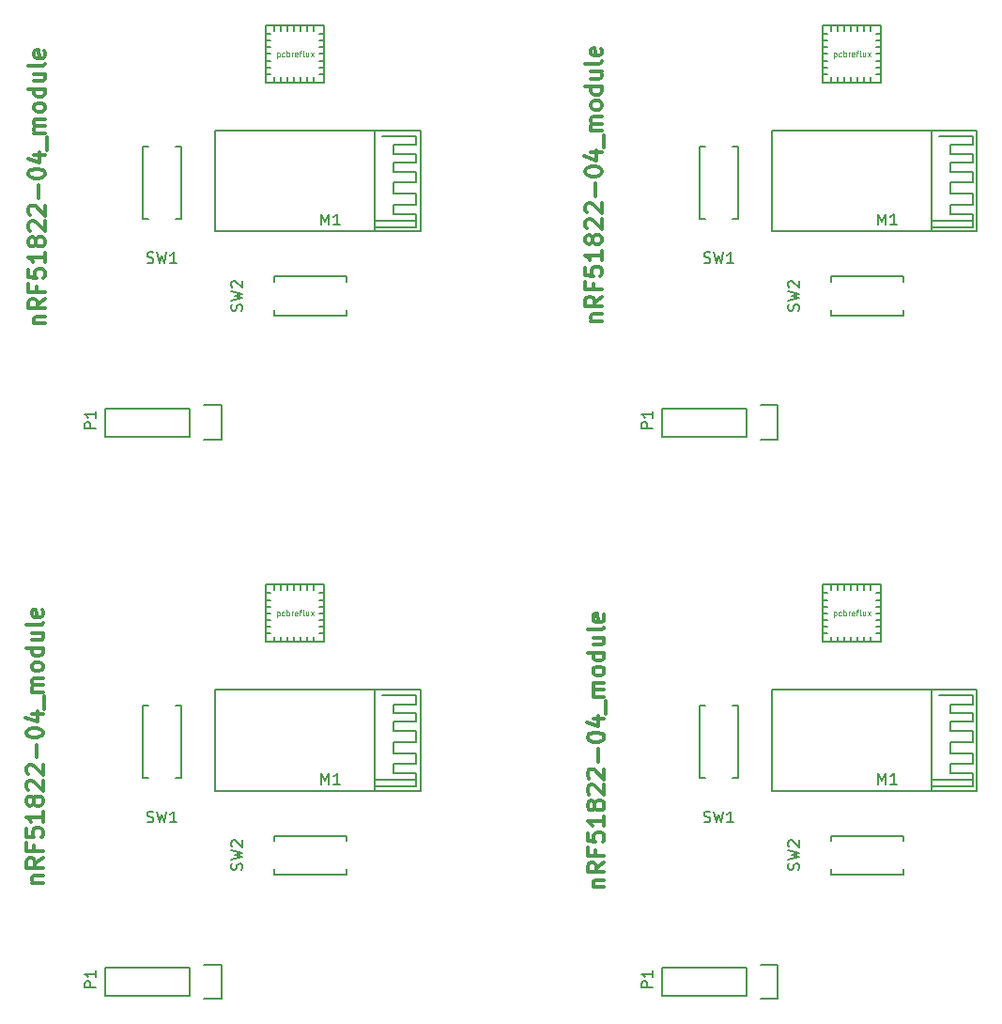
<source format=gto>
G04 #@! TF.FileFunction,Legend,Top*
%FSLAX46Y46*%
G04 Gerber Fmt 4.6, Leading zero omitted, Abs format (unit mm)*
G04 Created by KiCad (PCBNEW 4.1.0-alpha+201607130321+6976~46~ubuntu16.04.1-product) date Sun Jul 24 19:45:18 2016*
%MOMM*%
%LPD*%
G01*
G04 APERTURE LIST*
%ADD10C,0.100000*%
%ADD11C,0.300000*%
%ADD12C,0.150000*%
G04 APERTURE END LIST*
D10*
D11*
X113678571Y-103485714D02*
X114678571Y-103485714D01*
X113821428Y-103485714D02*
X113750000Y-103414285D01*
X113678571Y-103271428D01*
X113678571Y-103057142D01*
X113750000Y-102914285D01*
X113892857Y-102842857D01*
X114678571Y-102842857D01*
X114678571Y-101271428D02*
X113964285Y-101771428D01*
X114678571Y-102128571D02*
X113178571Y-102128571D01*
X113178571Y-101557142D01*
X113250000Y-101414285D01*
X113321428Y-101342857D01*
X113464285Y-101271428D01*
X113678571Y-101271428D01*
X113821428Y-101342857D01*
X113892857Y-101414285D01*
X113964285Y-101557142D01*
X113964285Y-102128571D01*
X113892857Y-100128571D02*
X113892857Y-100628571D01*
X114678571Y-100628571D02*
X113178571Y-100628571D01*
X113178571Y-99914285D01*
X113178571Y-98628571D02*
X113178571Y-99342857D01*
X113892857Y-99414285D01*
X113821428Y-99342857D01*
X113750000Y-99200000D01*
X113750000Y-98842857D01*
X113821428Y-98700000D01*
X113892857Y-98628571D01*
X114035714Y-98557142D01*
X114392857Y-98557142D01*
X114535714Y-98628571D01*
X114607142Y-98700000D01*
X114678571Y-98842857D01*
X114678571Y-99200000D01*
X114607142Y-99342857D01*
X114535714Y-99414285D01*
X114678571Y-97128571D02*
X114678571Y-97985714D01*
X114678571Y-97557142D02*
X113178571Y-97557142D01*
X113392857Y-97700000D01*
X113535714Y-97842857D01*
X113607142Y-97985714D01*
X113821428Y-96271428D02*
X113750000Y-96414285D01*
X113678571Y-96485714D01*
X113535714Y-96557142D01*
X113464285Y-96557142D01*
X113321428Y-96485714D01*
X113250000Y-96414285D01*
X113178571Y-96271428D01*
X113178571Y-95985714D01*
X113250000Y-95842857D01*
X113321428Y-95771428D01*
X113464285Y-95700000D01*
X113535714Y-95700000D01*
X113678571Y-95771428D01*
X113750000Y-95842857D01*
X113821428Y-95985714D01*
X113821428Y-96271428D01*
X113892857Y-96414285D01*
X113964285Y-96485714D01*
X114107142Y-96557142D01*
X114392857Y-96557142D01*
X114535714Y-96485714D01*
X114607142Y-96414285D01*
X114678571Y-96271428D01*
X114678571Y-95985714D01*
X114607142Y-95842857D01*
X114535714Y-95771428D01*
X114392857Y-95700000D01*
X114107142Y-95700000D01*
X113964285Y-95771428D01*
X113892857Y-95842857D01*
X113821428Y-95985714D01*
X113321428Y-95128571D02*
X113250000Y-95057142D01*
X113178571Y-94914285D01*
X113178571Y-94557142D01*
X113250000Y-94414285D01*
X113321428Y-94342857D01*
X113464285Y-94271428D01*
X113607142Y-94271428D01*
X113821428Y-94342857D01*
X114678571Y-95200000D01*
X114678571Y-94271428D01*
X113321428Y-93700000D02*
X113250000Y-93628571D01*
X113178571Y-93485714D01*
X113178571Y-93128571D01*
X113250000Y-92985714D01*
X113321428Y-92914285D01*
X113464285Y-92842857D01*
X113607142Y-92842857D01*
X113821428Y-92914285D01*
X114678571Y-93771428D01*
X114678571Y-92842857D01*
X114107142Y-92200000D02*
X114107142Y-91057142D01*
X113178571Y-90057142D02*
X113178571Y-89914285D01*
X113250000Y-89771428D01*
X113321428Y-89700000D01*
X113464285Y-89628571D01*
X113750000Y-89557142D01*
X114107142Y-89557142D01*
X114392857Y-89628571D01*
X114535714Y-89700000D01*
X114607142Y-89771428D01*
X114678571Y-89914285D01*
X114678571Y-90057142D01*
X114607142Y-90200000D01*
X114535714Y-90271428D01*
X114392857Y-90342857D01*
X114107142Y-90414285D01*
X113750000Y-90414285D01*
X113464285Y-90342857D01*
X113321428Y-90271428D01*
X113250000Y-90200000D01*
X113178571Y-90057142D01*
X113678571Y-88271428D02*
X114678571Y-88271428D01*
X113107142Y-88628571D02*
X114178571Y-88985714D01*
X114178571Y-88057142D01*
X114821428Y-87842857D02*
X114821428Y-86700000D01*
X114678571Y-86342857D02*
X113678571Y-86342857D01*
X113821428Y-86342857D02*
X113750000Y-86271428D01*
X113678571Y-86128571D01*
X113678571Y-85914285D01*
X113750000Y-85771428D01*
X113892857Y-85700000D01*
X114678571Y-85700000D01*
X113892857Y-85700000D02*
X113750000Y-85628571D01*
X113678571Y-85485714D01*
X113678571Y-85271428D01*
X113750000Y-85128571D01*
X113892857Y-85057142D01*
X114678571Y-85057142D01*
X114678571Y-84128571D02*
X114607142Y-84271428D01*
X114535714Y-84342857D01*
X114392857Y-84414285D01*
X113964285Y-84414285D01*
X113821428Y-84342857D01*
X113750000Y-84271428D01*
X113678571Y-84128571D01*
X113678571Y-83914285D01*
X113750000Y-83771428D01*
X113821428Y-83700000D01*
X113964285Y-83628571D01*
X114392857Y-83628571D01*
X114535714Y-83700000D01*
X114607142Y-83771428D01*
X114678571Y-83914285D01*
X114678571Y-84128571D01*
X114678571Y-82342857D02*
X113178571Y-82342857D01*
X114607142Y-82342857D02*
X114678571Y-82485714D01*
X114678571Y-82771428D01*
X114607142Y-82914285D01*
X114535714Y-82985714D01*
X114392857Y-83057142D01*
X113964285Y-83057142D01*
X113821428Y-82985714D01*
X113750000Y-82914285D01*
X113678571Y-82771428D01*
X113678571Y-82485714D01*
X113750000Y-82342857D01*
X113678571Y-80985714D02*
X114678571Y-80985714D01*
X113678571Y-81628571D02*
X114464285Y-81628571D01*
X114607142Y-81557142D01*
X114678571Y-81414285D01*
X114678571Y-81200000D01*
X114607142Y-81057142D01*
X114535714Y-80985714D01*
X114678571Y-80057142D02*
X114607142Y-80200000D01*
X114464285Y-80271428D01*
X113178571Y-80271428D01*
X114607142Y-78914285D02*
X114678571Y-79057142D01*
X114678571Y-79342857D01*
X114607142Y-79485714D01*
X114464285Y-79557142D01*
X113892857Y-79557142D01*
X113750000Y-79485714D01*
X113678571Y-79342857D01*
X113678571Y-79057142D01*
X113750000Y-78914285D01*
X113892857Y-78842857D01*
X114035714Y-78842857D01*
X114178571Y-79557142D01*
X63478571Y-103685714D02*
X64478571Y-103685714D01*
X63621428Y-103685714D02*
X63550000Y-103614285D01*
X63478571Y-103471428D01*
X63478571Y-103257142D01*
X63550000Y-103114285D01*
X63692857Y-103042857D01*
X64478571Y-103042857D01*
X64478571Y-101471428D02*
X63764285Y-101971428D01*
X64478571Y-102328571D02*
X62978571Y-102328571D01*
X62978571Y-101757142D01*
X63050000Y-101614285D01*
X63121428Y-101542857D01*
X63264285Y-101471428D01*
X63478571Y-101471428D01*
X63621428Y-101542857D01*
X63692857Y-101614285D01*
X63764285Y-101757142D01*
X63764285Y-102328571D01*
X63692857Y-100328571D02*
X63692857Y-100828571D01*
X64478571Y-100828571D02*
X62978571Y-100828571D01*
X62978571Y-100114285D01*
X62978571Y-98828571D02*
X62978571Y-99542857D01*
X63692857Y-99614285D01*
X63621428Y-99542857D01*
X63550000Y-99400000D01*
X63550000Y-99042857D01*
X63621428Y-98900000D01*
X63692857Y-98828571D01*
X63835714Y-98757142D01*
X64192857Y-98757142D01*
X64335714Y-98828571D01*
X64407142Y-98900000D01*
X64478571Y-99042857D01*
X64478571Y-99400000D01*
X64407142Y-99542857D01*
X64335714Y-99614285D01*
X64478571Y-97328571D02*
X64478571Y-98185714D01*
X64478571Y-97757142D02*
X62978571Y-97757142D01*
X63192857Y-97900000D01*
X63335714Y-98042857D01*
X63407142Y-98185714D01*
X63621428Y-96471428D02*
X63550000Y-96614285D01*
X63478571Y-96685714D01*
X63335714Y-96757142D01*
X63264285Y-96757142D01*
X63121428Y-96685714D01*
X63050000Y-96614285D01*
X62978571Y-96471428D01*
X62978571Y-96185714D01*
X63050000Y-96042857D01*
X63121428Y-95971428D01*
X63264285Y-95900000D01*
X63335714Y-95900000D01*
X63478571Y-95971428D01*
X63550000Y-96042857D01*
X63621428Y-96185714D01*
X63621428Y-96471428D01*
X63692857Y-96614285D01*
X63764285Y-96685714D01*
X63907142Y-96757142D01*
X64192857Y-96757142D01*
X64335714Y-96685714D01*
X64407142Y-96614285D01*
X64478571Y-96471428D01*
X64478571Y-96185714D01*
X64407142Y-96042857D01*
X64335714Y-95971428D01*
X64192857Y-95900000D01*
X63907142Y-95900000D01*
X63764285Y-95971428D01*
X63692857Y-96042857D01*
X63621428Y-96185714D01*
X63121428Y-95328571D02*
X63050000Y-95257142D01*
X62978571Y-95114285D01*
X62978571Y-94757142D01*
X63050000Y-94614285D01*
X63121428Y-94542857D01*
X63264285Y-94471428D01*
X63407142Y-94471428D01*
X63621428Y-94542857D01*
X64478571Y-95400000D01*
X64478571Y-94471428D01*
X63121428Y-93900000D02*
X63050000Y-93828571D01*
X62978571Y-93685714D01*
X62978571Y-93328571D01*
X63050000Y-93185714D01*
X63121428Y-93114285D01*
X63264285Y-93042857D01*
X63407142Y-93042857D01*
X63621428Y-93114285D01*
X64478571Y-93971428D01*
X64478571Y-93042857D01*
X63907142Y-92400000D02*
X63907142Y-91257142D01*
X62978571Y-90257142D02*
X62978571Y-90114285D01*
X63050000Y-89971428D01*
X63121428Y-89900000D01*
X63264285Y-89828571D01*
X63550000Y-89757142D01*
X63907142Y-89757142D01*
X64192857Y-89828571D01*
X64335714Y-89900000D01*
X64407142Y-89971428D01*
X64478571Y-90114285D01*
X64478571Y-90257142D01*
X64407142Y-90400000D01*
X64335714Y-90471428D01*
X64192857Y-90542857D01*
X63907142Y-90614285D01*
X63550000Y-90614285D01*
X63264285Y-90542857D01*
X63121428Y-90471428D01*
X63050000Y-90400000D01*
X62978571Y-90257142D01*
X63478571Y-88471428D02*
X64478571Y-88471428D01*
X62907142Y-88828571D02*
X63978571Y-89185714D01*
X63978571Y-88257142D01*
X64621428Y-88042857D02*
X64621428Y-86900000D01*
X64478571Y-86542857D02*
X63478571Y-86542857D01*
X63621428Y-86542857D02*
X63550000Y-86471428D01*
X63478571Y-86328571D01*
X63478571Y-86114285D01*
X63550000Y-85971428D01*
X63692857Y-85900000D01*
X64478571Y-85900000D01*
X63692857Y-85900000D02*
X63550000Y-85828571D01*
X63478571Y-85685714D01*
X63478571Y-85471428D01*
X63550000Y-85328571D01*
X63692857Y-85257142D01*
X64478571Y-85257142D01*
X64478571Y-84328571D02*
X64407142Y-84471428D01*
X64335714Y-84542857D01*
X64192857Y-84614285D01*
X63764285Y-84614285D01*
X63621428Y-84542857D01*
X63550000Y-84471428D01*
X63478571Y-84328571D01*
X63478571Y-84114285D01*
X63550000Y-83971428D01*
X63621428Y-83900000D01*
X63764285Y-83828571D01*
X64192857Y-83828571D01*
X64335714Y-83900000D01*
X64407142Y-83971428D01*
X64478571Y-84114285D01*
X64478571Y-84328571D01*
X64478571Y-82542857D02*
X62978571Y-82542857D01*
X64407142Y-82542857D02*
X64478571Y-82685714D01*
X64478571Y-82971428D01*
X64407142Y-83114285D01*
X64335714Y-83185714D01*
X64192857Y-83257142D01*
X63764285Y-83257142D01*
X63621428Y-83185714D01*
X63550000Y-83114285D01*
X63478571Y-82971428D01*
X63478571Y-82685714D01*
X63550000Y-82542857D01*
X63478571Y-81185714D02*
X64478571Y-81185714D01*
X63478571Y-81828571D02*
X64264285Y-81828571D01*
X64407142Y-81757142D01*
X64478571Y-81614285D01*
X64478571Y-81400000D01*
X64407142Y-81257142D01*
X64335714Y-81185714D01*
X64478571Y-80257142D02*
X64407142Y-80400000D01*
X64264285Y-80471428D01*
X62978571Y-80471428D01*
X64407142Y-79114285D02*
X64478571Y-79257142D01*
X64478571Y-79542857D01*
X64407142Y-79685714D01*
X64264285Y-79757142D01*
X63692857Y-79757142D01*
X63550000Y-79685714D01*
X63478571Y-79542857D01*
X63478571Y-79257142D01*
X63550000Y-79114285D01*
X63692857Y-79042857D01*
X63835714Y-79042857D01*
X63978571Y-79757142D01*
X113878571Y-154485714D02*
X114878571Y-154485714D01*
X114021428Y-154485714D02*
X113950000Y-154414285D01*
X113878571Y-154271428D01*
X113878571Y-154057142D01*
X113950000Y-153914285D01*
X114092857Y-153842857D01*
X114878571Y-153842857D01*
X114878571Y-152271428D02*
X114164285Y-152771428D01*
X114878571Y-153128571D02*
X113378571Y-153128571D01*
X113378571Y-152557142D01*
X113450000Y-152414285D01*
X113521428Y-152342857D01*
X113664285Y-152271428D01*
X113878571Y-152271428D01*
X114021428Y-152342857D01*
X114092857Y-152414285D01*
X114164285Y-152557142D01*
X114164285Y-153128571D01*
X114092857Y-151128571D02*
X114092857Y-151628571D01*
X114878571Y-151628571D02*
X113378571Y-151628571D01*
X113378571Y-150914285D01*
X113378571Y-149628571D02*
X113378571Y-150342857D01*
X114092857Y-150414285D01*
X114021428Y-150342857D01*
X113950000Y-150200000D01*
X113950000Y-149842857D01*
X114021428Y-149700000D01*
X114092857Y-149628571D01*
X114235714Y-149557142D01*
X114592857Y-149557142D01*
X114735714Y-149628571D01*
X114807142Y-149700000D01*
X114878571Y-149842857D01*
X114878571Y-150200000D01*
X114807142Y-150342857D01*
X114735714Y-150414285D01*
X114878571Y-148128571D02*
X114878571Y-148985714D01*
X114878571Y-148557142D02*
X113378571Y-148557142D01*
X113592857Y-148700000D01*
X113735714Y-148842857D01*
X113807142Y-148985714D01*
X114021428Y-147271428D02*
X113950000Y-147414285D01*
X113878571Y-147485714D01*
X113735714Y-147557142D01*
X113664285Y-147557142D01*
X113521428Y-147485714D01*
X113450000Y-147414285D01*
X113378571Y-147271428D01*
X113378571Y-146985714D01*
X113450000Y-146842857D01*
X113521428Y-146771428D01*
X113664285Y-146700000D01*
X113735714Y-146700000D01*
X113878571Y-146771428D01*
X113950000Y-146842857D01*
X114021428Y-146985714D01*
X114021428Y-147271428D01*
X114092857Y-147414285D01*
X114164285Y-147485714D01*
X114307142Y-147557142D01*
X114592857Y-147557142D01*
X114735714Y-147485714D01*
X114807142Y-147414285D01*
X114878571Y-147271428D01*
X114878571Y-146985714D01*
X114807142Y-146842857D01*
X114735714Y-146771428D01*
X114592857Y-146700000D01*
X114307142Y-146700000D01*
X114164285Y-146771428D01*
X114092857Y-146842857D01*
X114021428Y-146985714D01*
X113521428Y-146128571D02*
X113450000Y-146057142D01*
X113378571Y-145914285D01*
X113378571Y-145557142D01*
X113450000Y-145414285D01*
X113521428Y-145342857D01*
X113664285Y-145271428D01*
X113807142Y-145271428D01*
X114021428Y-145342857D01*
X114878571Y-146200000D01*
X114878571Y-145271428D01*
X113521428Y-144700000D02*
X113450000Y-144628571D01*
X113378571Y-144485714D01*
X113378571Y-144128571D01*
X113450000Y-143985714D01*
X113521428Y-143914285D01*
X113664285Y-143842857D01*
X113807142Y-143842857D01*
X114021428Y-143914285D01*
X114878571Y-144771428D01*
X114878571Y-143842857D01*
X114307142Y-143200000D02*
X114307142Y-142057142D01*
X113378571Y-141057142D02*
X113378571Y-140914285D01*
X113450000Y-140771428D01*
X113521428Y-140700000D01*
X113664285Y-140628571D01*
X113950000Y-140557142D01*
X114307142Y-140557142D01*
X114592857Y-140628571D01*
X114735714Y-140700000D01*
X114807142Y-140771428D01*
X114878571Y-140914285D01*
X114878571Y-141057142D01*
X114807142Y-141200000D01*
X114735714Y-141271428D01*
X114592857Y-141342857D01*
X114307142Y-141414285D01*
X113950000Y-141414285D01*
X113664285Y-141342857D01*
X113521428Y-141271428D01*
X113450000Y-141200000D01*
X113378571Y-141057142D01*
X113878571Y-139271428D02*
X114878571Y-139271428D01*
X113307142Y-139628571D02*
X114378571Y-139985714D01*
X114378571Y-139057142D01*
X115021428Y-138842857D02*
X115021428Y-137700000D01*
X114878571Y-137342857D02*
X113878571Y-137342857D01*
X114021428Y-137342857D02*
X113950000Y-137271428D01*
X113878571Y-137128571D01*
X113878571Y-136914285D01*
X113950000Y-136771428D01*
X114092857Y-136700000D01*
X114878571Y-136700000D01*
X114092857Y-136700000D02*
X113950000Y-136628571D01*
X113878571Y-136485714D01*
X113878571Y-136271428D01*
X113950000Y-136128571D01*
X114092857Y-136057142D01*
X114878571Y-136057142D01*
X114878571Y-135128571D02*
X114807142Y-135271428D01*
X114735714Y-135342857D01*
X114592857Y-135414285D01*
X114164285Y-135414285D01*
X114021428Y-135342857D01*
X113950000Y-135271428D01*
X113878571Y-135128571D01*
X113878571Y-134914285D01*
X113950000Y-134771428D01*
X114021428Y-134700000D01*
X114164285Y-134628571D01*
X114592857Y-134628571D01*
X114735714Y-134700000D01*
X114807142Y-134771428D01*
X114878571Y-134914285D01*
X114878571Y-135128571D01*
X114878571Y-133342857D02*
X113378571Y-133342857D01*
X114807142Y-133342857D02*
X114878571Y-133485714D01*
X114878571Y-133771428D01*
X114807142Y-133914285D01*
X114735714Y-133985714D01*
X114592857Y-134057142D01*
X114164285Y-134057142D01*
X114021428Y-133985714D01*
X113950000Y-133914285D01*
X113878571Y-133771428D01*
X113878571Y-133485714D01*
X113950000Y-133342857D01*
X113878571Y-131985714D02*
X114878571Y-131985714D01*
X113878571Y-132628571D02*
X114664285Y-132628571D01*
X114807142Y-132557142D01*
X114878571Y-132414285D01*
X114878571Y-132200000D01*
X114807142Y-132057142D01*
X114735714Y-131985714D01*
X114878571Y-131057142D02*
X114807142Y-131200000D01*
X114664285Y-131271428D01*
X113378571Y-131271428D01*
X114807142Y-129914285D02*
X114878571Y-130057142D01*
X114878571Y-130342857D01*
X114807142Y-130485714D01*
X114664285Y-130557142D01*
X114092857Y-130557142D01*
X113950000Y-130485714D01*
X113878571Y-130342857D01*
X113878571Y-130057142D01*
X113950000Y-129914285D01*
X114092857Y-129842857D01*
X114235714Y-129842857D01*
X114378571Y-130557142D01*
X63278571Y-154085714D02*
X64278571Y-154085714D01*
X63421428Y-154085714D02*
X63350000Y-154014285D01*
X63278571Y-153871428D01*
X63278571Y-153657142D01*
X63350000Y-153514285D01*
X63492857Y-153442857D01*
X64278571Y-153442857D01*
X64278571Y-151871428D02*
X63564285Y-152371428D01*
X64278571Y-152728571D02*
X62778571Y-152728571D01*
X62778571Y-152157142D01*
X62850000Y-152014285D01*
X62921428Y-151942857D01*
X63064285Y-151871428D01*
X63278571Y-151871428D01*
X63421428Y-151942857D01*
X63492857Y-152014285D01*
X63564285Y-152157142D01*
X63564285Y-152728571D01*
X63492857Y-150728571D02*
X63492857Y-151228571D01*
X64278571Y-151228571D02*
X62778571Y-151228571D01*
X62778571Y-150514285D01*
X62778571Y-149228571D02*
X62778571Y-149942857D01*
X63492857Y-150014285D01*
X63421428Y-149942857D01*
X63350000Y-149800000D01*
X63350000Y-149442857D01*
X63421428Y-149300000D01*
X63492857Y-149228571D01*
X63635714Y-149157142D01*
X63992857Y-149157142D01*
X64135714Y-149228571D01*
X64207142Y-149300000D01*
X64278571Y-149442857D01*
X64278571Y-149800000D01*
X64207142Y-149942857D01*
X64135714Y-150014285D01*
X64278571Y-147728571D02*
X64278571Y-148585714D01*
X64278571Y-148157142D02*
X62778571Y-148157142D01*
X62992857Y-148300000D01*
X63135714Y-148442857D01*
X63207142Y-148585714D01*
X63421428Y-146871428D02*
X63350000Y-147014285D01*
X63278571Y-147085714D01*
X63135714Y-147157142D01*
X63064285Y-147157142D01*
X62921428Y-147085714D01*
X62850000Y-147014285D01*
X62778571Y-146871428D01*
X62778571Y-146585714D01*
X62850000Y-146442857D01*
X62921428Y-146371428D01*
X63064285Y-146300000D01*
X63135714Y-146300000D01*
X63278571Y-146371428D01*
X63350000Y-146442857D01*
X63421428Y-146585714D01*
X63421428Y-146871428D01*
X63492857Y-147014285D01*
X63564285Y-147085714D01*
X63707142Y-147157142D01*
X63992857Y-147157142D01*
X64135714Y-147085714D01*
X64207142Y-147014285D01*
X64278571Y-146871428D01*
X64278571Y-146585714D01*
X64207142Y-146442857D01*
X64135714Y-146371428D01*
X63992857Y-146300000D01*
X63707142Y-146300000D01*
X63564285Y-146371428D01*
X63492857Y-146442857D01*
X63421428Y-146585714D01*
X62921428Y-145728571D02*
X62850000Y-145657142D01*
X62778571Y-145514285D01*
X62778571Y-145157142D01*
X62850000Y-145014285D01*
X62921428Y-144942857D01*
X63064285Y-144871428D01*
X63207142Y-144871428D01*
X63421428Y-144942857D01*
X64278571Y-145800000D01*
X64278571Y-144871428D01*
X62921428Y-144300000D02*
X62850000Y-144228571D01*
X62778571Y-144085714D01*
X62778571Y-143728571D01*
X62850000Y-143585714D01*
X62921428Y-143514285D01*
X63064285Y-143442857D01*
X63207142Y-143442857D01*
X63421428Y-143514285D01*
X64278571Y-144371428D01*
X64278571Y-143442857D01*
X63707142Y-142800000D02*
X63707142Y-141657142D01*
X62778571Y-140657142D02*
X62778571Y-140514285D01*
X62850000Y-140371428D01*
X62921428Y-140300000D01*
X63064285Y-140228571D01*
X63350000Y-140157142D01*
X63707142Y-140157142D01*
X63992857Y-140228571D01*
X64135714Y-140300000D01*
X64207142Y-140371428D01*
X64278571Y-140514285D01*
X64278571Y-140657142D01*
X64207142Y-140800000D01*
X64135714Y-140871428D01*
X63992857Y-140942857D01*
X63707142Y-141014285D01*
X63350000Y-141014285D01*
X63064285Y-140942857D01*
X62921428Y-140871428D01*
X62850000Y-140800000D01*
X62778571Y-140657142D01*
X63278571Y-138871428D02*
X64278571Y-138871428D01*
X62707142Y-139228571D02*
X63778571Y-139585714D01*
X63778571Y-138657142D01*
X64421428Y-138442857D02*
X64421428Y-137300000D01*
X64278571Y-136942857D02*
X63278571Y-136942857D01*
X63421428Y-136942857D02*
X63350000Y-136871428D01*
X63278571Y-136728571D01*
X63278571Y-136514285D01*
X63350000Y-136371428D01*
X63492857Y-136300000D01*
X64278571Y-136300000D01*
X63492857Y-136300000D02*
X63350000Y-136228571D01*
X63278571Y-136085714D01*
X63278571Y-135871428D01*
X63350000Y-135728571D01*
X63492857Y-135657142D01*
X64278571Y-135657142D01*
X64278571Y-134728571D02*
X64207142Y-134871428D01*
X64135714Y-134942857D01*
X63992857Y-135014285D01*
X63564285Y-135014285D01*
X63421428Y-134942857D01*
X63350000Y-134871428D01*
X63278571Y-134728571D01*
X63278571Y-134514285D01*
X63350000Y-134371428D01*
X63421428Y-134300000D01*
X63564285Y-134228571D01*
X63992857Y-134228571D01*
X64135714Y-134300000D01*
X64207142Y-134371428D01*
X64278571Y-134514285D01*
X64278571Y-134728571D01*
X64278571Y-132942857D02*
X62778571Y-132942857D01*
X64207142Y-132942857D02*
X64278571Y-133085714D01*
X64278571Y-133371428D01*
X64207142Y-133514285D01*
X64135714Y-133585714D01*
X63992857Y-133657142D01*
X63564285Y-133657142D01*
X63421428Y-133585714D01*
X63350000Y-133514285D01*
X63278571Y-133371428D01*
X63278571Y-133085714D01*
X63350000Y-132942857D01*
X63278571Y-131585714D02*
X64278571Y-131585714D01*
X63278571Y-132228571D02*
X64064285Y-132228571D01*
X64207142Y-132157142D01*
X64278571Y-132014285D01*
X64278571Y-131800000D01*
X64207142Y-131657142D01*
X64135714Y-131585714D01*
X64278571Y-130657142D02*
X64207142Y-130800000D01*
X64064285Y-130871428D01*
X62778571Y-130871428D01*
X64207142Y-129514285D02*
X64278571Y-129657142D01*
X64278571Y-129942857D01*
X64207142Y-130085714D01*
X64064285Y-130157142D01*
X63492857Y-130157142D01*
X63350000Y-130085714D01*
X63278571Y-129942857D01*
X63278571Y-129657142D01*
X63350000Y-129514285D01*
X63492857Y-129442857D01*
X63635714Y-129442857D01*
X63778571Y-130157142D01*
D12*
X148100000Y-94400000D02*
X144500000Y-94400000D01*
X145100000Y-86800000D02*
X148100000Y-86800000D01*
X148100000Y-86800000D02*
X148100000Y-87600000D01*
X148100000Y-87600000D02*
X146100000Y-87600000D01*
X146100000Y-87600000D02*
X146100000Y-88400000D01*
X146100000Y-88400000D02*
X148100000Y-88400000D01*
X148100000Y-88400000D02*
X148100000Y-89200000D01*
X148100000Y-89200000D02*
X146100000Y-89200000D01*
X146100000Y-89200000D02*
X146100000Y-90000000D01*
X146100000Y-90000000D02*
X148100000Y-90000000D01*
X148100000Y-90000000D02*
X148100000Y-91000000D01*
X148100000Y-91000000D02*
X146100000Y-91000000D01*
X146100000Y-91000000D02*
X146100000Y-92000000D01*
X146100000Y-92000000D02*
X148100000Y-92000000D01*
X148100000Y-92000000D02*
X148100000Y-93000000D01*
X148100000Y-93000000D02*
X146100000Y-93000000D01*
X146100000Y-93000000D02*
X146100000Y-93800000D01*
X146100000Y-93800000D02*
X148100000Y-93800000D01*
X148100000Y-93800000D02*
X148100000Y-95000000D01*
X148100000Y-95000000D02*
X144500000Y-95000000D01*
X144400000Y-95400000D02*
X144400000Y-86300000D01*
X130000000Y-95400000D02*
X148500000Y-95400000D01*
X148500000Y-95400000D02*
X148500000Y-86300000D01*
X148500000Y-86300000D02*
X130000000Y-86300000D01*
X130000000Y-86300000D02*
X130000000Y-95400000D01*
X127730000Y-111330000D02*
X120110000Y-111330000D01*
X127730000Y-113870000D02*
X120110000Y-113870000D01*
X130550000Y-114150000D02*
X129000000Y-114150000D01*
X120110000Y-111330000D02*
X120110000Y-113870000D01*
X127730000Y-113870000D02*
X127730000Y-111330000D01*
X129000000Y-111050000D02*
X130550000Y-111050000D01*
X130550000Y-111050000D02*
X130550000Y-114150000D01*
X123950000Y-94250000D02*
X123450000Y-94250000D01*
X123450000Y-94250000D02*
X123450000Y-87750000D01*
X123450000Y-87750000D02*
X123950000Y-87750000D01*
X126450000Y-87750000D02*
X126950000Y-87750000D01*
X126950000Y-87750000D02*
X126950000Y-94250000D01*
X126950000Y-94250000D02*
X126450000Y-94250000D01*
X135350000Y-99950000D02*
X135350000Y-99450000D01*
X135350000Y-99450000D02*
X141850000Y-99450000D01*
X141850000Y-99450000D02*
X141850000Y-99950000D01*
X141850000Y-102450000D02*
X141850000Y-102950000D01*
X141850000Y-102950000D02*
X135350000Y-102950000D01*
X135350000Y-102950000D02*
X135350000Y-102450000D01*
X138900000Y-81900000D02*
X138900000Y-81500000D01*
X138300000Y-81900000D02*
X138300000Y-81500000D01*
X137700000Y-81900000D02*
X137700000Y-81500000D01*
X137100000Y-81900000D02*
X137100000Y-81500000D01*
X136500000Y-81900000D02*
X136500000Y-81500000D01*
X135900000Y-81900000D02*
X135900000Y-81500000D01*
X135300000Y-81900000D02*
X135300000Y-81500000D01*
X134600000Y-76800000D02*
X139800000Y-76800000D01*
X134600000Y-82000000D02*
X139800000Y-82000000D01*
X135300000Y-77300000D02*
X135300000Y-76900000D01*
X135900000Y-77300000D02*
X135900000Y-76900000D01*
X136500000Y-77300000D02*
X136500000Y-76900000D01*
X137100000Y-77300000D02*
X137100000Y-76900000D01*
X137700000Y-77300000D02*
X137700000Y-76900000D01*
X138300000Y-77300000D02*
X138300000Y-76900000D01*
X138900000Y-77300000D02*
X138900000Y-76900000D01*
X134600000Y-77600000D02*
X135000000Y-77600000D01*
X134600000Y-78200000D02*
X135000000Y-78200000D01*
X134600000Y-78800000D02*
X135000000Y-78800000D01*
X134600000Y-79400000D02*
X135000000Y-79400000D01*
X134600000Y-80000000D02*
X135000000Y-80000000D01*
X134600000Y-80600000D02*
X135000000Y-80600000D01*
X134600000Y-81200000D02*
X135000000Y-81200000D01*
X139400000Y-81200000D02*
X139800000Y-81200000D01*
X139400000Y-80600000D02*
X139800000Y-80600000D01*
X139400000Y-80000000D02*
X139800000Y-80000000D01*
X139400000Y-79400000D02*
X139800000Y-79400000D01*
X139400000Y-78800000D02*
X139800000Y-78800000D01*
X139400000Y-78200000D02*
X139800000Y-78200000D01*
X139400000Y-77600000D02*
X139800000Y-77600000D01*
X139800000Y-76800000D02*
X139800000Y-82000000D01*
X134600000Y-82000000D02*
X134600000Y-76800000D01*
X88700000Y-81900000D02*
X88700000Y-81500000D01*
X88100000Y-81900000D02*
X88100000Y-81500000D01*
X87500000Y-81900000D02*
X87500000Y-81500000D01*
X86900000Y-81900000D02*
X86900000Y-81500000D01*
X86300000Y-81900000D02*
X86300000Y-81500000D01*
X85700000Y-81900000D02*
X85700000Y-81500000D01*
X85100000Y-81900000D02*
X85100000Y-81500000D01*
X84400000Y-76800000D02*
X89600000Y-76800000D01*
X84400000Y-82000000D02*
X89600000Y-82000000D01*
X85100000Y-77300000D02*
X85100000Y-76900000D01*
X85700000Y-77300000D02*
X85700000Y-76900000D01*
X86300000Y-77300000D02*
X86300000Y-76900000D01*
X86900000Y-77300000D02*
X86900000Y-76900000D01*
X87500000Y-77300000D02*
X87500000Y-76900000D01*
X88100000Y-77300000D02*
X88100000Y-76900000D01*
X88700000Y-77300000D02*
X88700000Y-76900000D01*
X84400000Y-77600000D02*
X84800000Y-77600000D01*
X84400000Y-78200000D02*
X84800000Y-78200000D01*
X84400000Y-78800000D02*
X84800000Y-78800000D01*
X84400000Y-79400000D02*
X84800000Y-79400000D01*
X84400000Y-80000000D02*
X84800000Y-80000000D01*
X84400000Y-80600000D02*
X84800000Y-80600000D01*
X84400000Y-81200000D02*
X84800000Y-81200000D01*
X89200000Y-81200000D02*
X89600000Y-81200000D01*
X89200000Y-80600000D02*
X89600000Y-80600000D01*
X89200000Y-80000000D02*
X89600000Y-80000000D01*
X89200000Y-79400000D02*
X89600000Y-79400000D01*
X89200000Y-78800000D02*
X89600000Y-78800000D01*
X89200000Y-78200000D02*
X89600000Y-78200000D01*
X89200000Y-77600000D02*
X89600000Y-77600000D01*
X89600000Y-76800000D02*
X89600000Y-82000000D01*
X84400000Y-82000000D02*
X84400000Y-76800000D01*
X85150000Y-99950000D02*
X85150000Y-99450000D01*
X85150000Y-99450000D02*
X91650000Y-99450000D01*
X91650000Y-99450000D02*
X91650000Y-99950000D01*
X91650000Y-102450000D02*
X91650000Y-102950000D01*
X91650000Y-102950000D02*
X85150000Y-102950000D01*
X85150000Y-102950000D02*
X85150000Y-102450000D01*
X73750000Y-94250000D02*
X73250000Y-94250000D01*
X73250000Y-94250000D02*
X73250000Y-87750000D01*
X73250000Y-87750000D02*
X73750000Y-87750000D01*
X76250000Y-87750000D02*
X76750000Y-87750000D01*
X76750000Y-87750000D02*
X76750000Y-94250000D01*
X76750000Y-94250000D02*
X76250000Y-94250000D01*
X77530000Y-111330000D02*
X69910000Y-111330000D01*
X77530000Y-113870000D02*
X69910000Y-113870000D01*
X80350000Y-114150000D02*
X78800000Y-114150000D01*
X69910000Y-111330000D02*
X69910000Y-113870000D01*
X77530000Y-113870000D02*
X77530000Y-111330000D01*
X78800000Y-111050000D02*
X80350000Y-111050000D01*
X80350000Y-111050000D02*
X80350000Y-114150000D01*
X97900000Y-94400000D02*
X94300000Y-94400000D01*
X94900000Y-86800000D02*
X97900000Y-86800000D01*
X97900000Y-86800000D02*
X97900000Y-87600000D01*
X97900000Y-87600000D02*
X95900000Y-87600000D01*
X95900000Y-87600000D02*
X95900000Y-88400000D01*
X95900000Y-88400000D02*
X97900000Y-88400000D01*
X97900000Y-88400000D02*
X97900000Y-89200000D01*
X97900000Y-89200000D02*
X95900000Y-89200000D01*
X95900000Y-89200000D02*
X95900000Y-90000000D01*
X95900000Y-90000000D02*
X97900000Y-90000000D01*
X97900000Y-90000000D02*
X97900000Y-91000000D01*
X97900000Y-91000000D02*
X95900000Y-91000000D01*
X95900000Y-91000000D02*
X95900000Y-92000000D01*
X95900000Y-92000000D02*
X97900000Y-92000000D01*
X97900000Y-92000000D02*
X97900000Y-93000000D01*
X97900000Y-93000000D02*
X95900000Y-93000000D01*
X95900000Y-93000000D02*
X95900000Y-93800000D01*
X95900000Y-93800000D02*
X97900000Y-93800000D01*
X97900000Y-93800000D02*
X97900000Y-95000000D01*
X97900000Y-95000000D02*
X94300000Y-95000000D01*
X94200000Y-95400000D02*
X94200000Y-86300000D01*
X79800000Y-95400000D02*
X98300000Y-95400000D01*
X98300000Y-95400000D02*
X98300000Y-86300000D01*
X98300000Y-86300000D02*
X79800000Y-86300000D01*
X79800000Y-86300000D02*
X79800000Y-95400000D01*
X138900000Y-132300000D02*
X138900000Y-131900000D01*
X138300000Y-132300000D02*
X138300000Y-131900000D01*
X137700000Y-132300000D02*
X137700000Y-131900000D01*
X137100000Y-132300000D02*
X137100000Y-131900000D01*
X136500000Y-132300000D02*
X136500000Y-131900000D01*
X135900000Y-132300000D02*
X135900000Y-131900000D01*
X135300000Y-132300000D02*
X135300000Y-131900000D01*
X134600000Y-127200000D02*
X139800000Y-127200000D01*
X134600000Y-132400000D02*
X139800000Y-132400000D01*
X135300000Y-127700000D02*
X135300000Y-127300000D01*
X135900000Y-127700000D02*
X135900000Y-127300000D01*
X136500000Y-127700000D02*
X136500000Y-127300000D01*
X137100000Y-127700000D02*
X137100000Y-127300000D01*
X137700000Y-127700000D02*
X137700000Y-127300000D01*
X138300000Y-127700000D02*
X138300000Y-127300000D01*
X138900000Y-127700000D02*
X138900000Y-127300000D01*
X134600000Y-128000000D02*
X135000000Y-128000000D01*
X134600000Y-128600000D02*
X135000000Y-128600000D01*
X134600000Y-129200000D02*
X135000000Y-129200000D01*
X134600000Y-129800000D02*
X135000000Y-129800000D01*
X134600000Y-130400000D02*
X135000000Y-130400000D01*
X134600000Y-131000000D02*
X135000000Y-131000000D01*
X134600000Y-131600000D02*
X135000000Y-131600000D01*
X139400000Y-131600000D02*
X139800000Y-131600000D01*
X139400000Y-131000000D02*
X139800000Y-131000000D01*
X139400000Y-130400000D02*
X139800000Y-130400000D01*
X139400000Y-129800000D02*
X139800000Y-129800000D01*
X139400000Y-129200000D02*
X139800000Y-129200000D01*
X139400000Y-128600000D02*
X139800000Y-128600000D01*
X139400000Y-128000000D02*
X139800000Y-128000000D01*
X139800000Y-127200000D02*
X139800000Y-132400000D01*
X134600000Y-132400000D02*
X134600000Y-127200000D01*
X135350000Y-150350000D02*
X135350000Y-149850000D01*
X135350000Y-149850000D02*
X141850000Y-149850000D01*
X141850000Y-149850000D02*
X141850000Y-150350000D01*
X141850000Y-152850000D02*
X141850000Y-153350000D01*
X141850000Y-153350000D02*
X135350000Y-153350000D01*
X135350000Y-153350000D02*
X135350000Y-152850000D01*
X123950000Y-144650000D02*
X123450000Y-144650000D01*
X123450000Y-144650000D02*
X123450000Y-138150000D01*
X123450000Y-138150000D02*
X123950000Y-138150000D01*
X126450000Y-138150000D02*
X126950000Y-138150000D01*
X126950000Y-138150000D02*
X126950000Y-144650000D01*
X126950000Y-144650000D02*
X126450000Y-144650000D01*
X127730000Y-161730000D02*
X120110000Y-161730000D01*
X127730000Y-164270000D02*
X120110000Y-164270000D01*
X130550000Y-164550000D02*
X129000000Y-164550000D01*
X120110000Y-161730000D02*
X120110000Y-164270000D01*
X127730000Y-164270000D02*
X127730000Y-161730000D01*
X129000000Y-161450000D02*
X130550000Y-161450000D01*
X130550000Y-161450000D02*
X130550000Y-164550000D01*
X148100000Y-144800000D02*
X144500000Y-144800000D01*
X145100000Y-137200000D02*
X148100000Y-137200000D01*
X148100000Y-137200000D02*
X148100000Y-138000000D01*
X148100000Y-138000000D02*
X146100000Y-138000000D01*
X146100000Y-138000000D02*
X146100000Y-138800000D01*
X146100000Y-138800000D02*
X148100000Y-138800000D01*
X148100000Y-138800000D02*
X148100000Y-139600000D01*
X148100000Y-139600000D02*
X146100000Y-139600000D01*
X146100000Y-139600000D02*
X146100000Y-140400000D01*
X146100000Y-140400000D02*
X148100000Y-140400000D01*
X148100000Y-140400000D02*
X148100000Y-141400000D01*
X148100000Y-141400000D02*
X146100000Y-141400000D01*
X146100000Y-141400000D02*
X146100000Y-142400000D01*
X146100000Y-142400000D02*
X148100000Y-142400000D01*
X148100000Y-142400000D02*
X148100000Y-143400000D01*
X148100000Y-143400000D02*
X146100000Y-143400000D01*
X146100000Y-143400000D02*
X146100000Y-144200000D01*
X146100000Y-144200000D02*
X148100000Y-144200000D01*
X148100000Y-144200000D02*
X148100000Y-145400000D01*
X148100000Y-145400000D02*
X144500000Y-145400000D01*
X144400000Y-145800000D02*
X144400000Y-136700000D01*
X130000000Y-145800000D02*
X148500000Y-145800000D01*
X148500000Y-145800000D02*
X148500000Y-136700000D01*
X148500000Y-136700000D02*
X130000000Y-136700000D01*
X130000000Y-136700000D02*
X130000000Y-145800000D01*
X97900000Y-144800000D02*
X94300000Y-144800000D01*
X94900000Y-137200000D02*
X97900000Y-137200000D01*
X97900000Y-137200000D02*
X97900000Y-138000000D01*
X97900000Y-138000000D02*
X95900000Y-138000000D01*
X95900000Y-138000000D02*
X95900000Y-138800000D01*
X95900000Y-138800000D02*
X97900000Y-138800000D01*
X97900000Y-138800000D02*
X97900000Y-139600000D01*
X97900000Y-139600000D02*
X95900000Y-139600000D01*
X95900000Y-139600000D02*
X95900000Y-140400000D01*
X95900000Y-140400000D02*
X97900000Y-140400000D01*
X97900000Y-140400000D02*
X97900000Y-141400000D01*
X97900000Y-141400000D02*
X95900000Y-141400000D01*
X95900000Y-141400000D02*
X95900000Y-142400000D01*
X95900000Y-142400000D02*
X97900000Y-142400000D01*
X97900000Y-142400000D02*
X97900000Y-143400000D01*
X97900000Y-143400000D02*
X95900000Y-143400000D01*
X95900000Y-143400000D02*
X95900000Y-144200000D01*
X95900000Y-144200000D02*
X97900000Y-144200000D01*
X97900000Y-144200000D02*
X97900000Y-145400000D01*
X97900000Y-145400000D02*
X94300000Y-145400000D01*
X94200000Y-145800000D02*
X94200000Y-136700000D01*
X79800000Y-145800000D02*
X98300000Y-145800000D01*
X98300000Y-145800000D02*
X98300000Y-136700000D01*
X98300000Y-136700000D02*
X79800000Y-136700000D01*
X79800000Y-136700000D02*
X79800000Y-145800000D01*
X77530000Y-161730000D02*
X69910000Y-161730000D01*
X77530000Y-164270000D02*
X69910000Y-164270000D01*
X80350000Y-164550000D02*
X78800000Y-164550000D01*
X69910000Y-161730000D02*
X69910000Y-164270000D01*
X77530000Y-164270000D02*
X77530000Y-161730000D01*
X78800000Y-161450000D02*
X80350000Y-161450000D01*
X80350000Y-161450000D02*
X80350000Y-164550000D01*
X73750000Y-144650000D02*
X73250000Y-144650000D01*
X73250000Y-144650000D02*
X73250000Y-138150000D01*
X73250000Y-138150000D02*
X73750000Y-138150000D01*
X76250000Y-138150000D02*
X76750000Y-138150000D01*
X76750000Y-138150000D02*
X76750000Y-144650000D01*
X76750000Y-144650000D02*
X76250000Y-144650000D01*
X85150000Y-150350000D02*
X85150000Y-149850000D01*
X85150000Y-149850000D02*
X91650000Y-149850000D01*
X91650000Y-149850000D02*
X91650000Y-150350000D01*
X91650000Y-152850000D02*
X91650000Y-153350000D01*
X91650000Y-153350000D02*
X85150000Y-153350000D01*
X85150000Y-153350000D02*
X85150000Y-152850000D01*
X88700000Y-132300000D02*
X88700000Y-131900000D01*
X88100000Y-132300000D02*
X88100000Y-131900000D01*
X87500000Y-132300000D02*
X87500000Y-131900000D01*
X86900000Y-132300000D02*
X86900000Y-131900000D01*
X86300000Y-132300000D02*
X86300000Y-131900000D01*
X85700000Y-132300000D02*
X85700000Y-131900000D01*
X85100000Y-132300000D02*
X85100000Y-131900000D01*
X84400000Y-127200000D02*
X89600000Y-127200000D01*
X84400000Y-132400000D02*
X89600000Y-132400000D01*
X85100000Y-127700000D02*
X85100000Y-127300000D01*
X85700000Y-127700000D02*
X85700000Y-127300000D01*
X86300000Y-127700000D02*
X86300000Y-127300000D01*
X86900000Y-127700000D02*
X86900000Y-127300000D01*
X87500000Y-127700000D02*
X87500000Y-127300000D01*
X88100000Y-127700000D02*
X88100000Y-127300000D01*
X88700000Y-127700000D02*
X88700000Y-127300000D01*
X84400000Y-128000000D02*
X84800000Y-128000000D01*
X84400000Y-128600000D02*
X84800000Y-128600000D01*
X84400000Y-129200000D02*
X84800000Y-129200000D01*
X84400000Y-129800000D02*
X84800000Y-129800000D01*
X84400000Y-130400000D02*
X84800000Y-130400000D01*
X84400000Y-131000000D02*
X84800000Y-131000000D01*
X84400000Y-131600000D02*
X84800000Y-131600000D01*
X89200000Y-131600000D02*
X89600000Y-131600000D01*
X89200000Y-131000000D02*
X89600000Y-131000000D01*
X89200000Y-130400000D02*
X89600000Y-130400000D01*
X89200000Y-129800000D02*
X89600000Y-129800000D01*
X89200000Y-129200000D02*
X89600000Y-129200000D01*
X89200000Y-128600000D02*
X89600000Y-128600000D01*
X89200000Y-128000000D02*
X89600000Y-128000000D01*
X89600000Y-127200000D02*
X89600000Y-132400000D01*
X84400000Y-132400000D02*
X84400000Y-127200000D01*
X139590476Y-94802380D02*
X139590476Y-93802380D01*
X139923809Y-94516666D01*
X140257142Y-93802380D01*
X140257142Y-94802380D01*
X141257142Y-94802380D02*
X140685714Y-94802380D01*
X140971428Y-94802380D02*
X140971428Y-93802380D01*
X140876190Y-93945238D01*
X140780952Y-94040476D01*
X140685714Y-94088095D01*
X119252380Y-113138095D02*
X118252380Y-113138095D01*
X118252380Y-112757142D01*
X118300000Y-112661904D01*
X118347619Y-112614285D01*
X118442857Y-112566666D01*
X118585714Y-112566666D01*
X118680952Y-112614285D01*
X118728571Y-112661904D01*
X118776190Y-112757142D01*
X118776190Y-113138095D01*
X119252380Y-111614285D02*
X119252380Y-112185714D01*
X119252380Y-111900000D02*
X118252380Y-111900000D01*
X118395238Y-111995238D01*
X118490476Y-112090476D01*
X118538095Y-112185714D01*
X123866666Y-98204761D02*
X124009523Y-98252380D01*
X124247619Y-98252380D01*
X124342857Y-98204761D01*
X124390476Y-98157142D01*
X124438095Y-98061904D01*
X124438095Y-97966666D01*
X124390476Y-97871428D01*
X124342857Y-97823809D01*
X124247619Y-97776190D01*
X124057142Y-97728571D01*
X123961904Y-97680952D01*
X123914285Y-97633333D01*
X123866666Y-97538095D01*
X123866666Y-97442857D01*
X123914285Y-97347619D01*
X123961904Y-97300000D01*
X124057142Y-97252380D01*
X124295238Y-97252380D01*
X124438095Y-97300000D01*
X124771428Y-97252380D02*
X125009523Y-98252380D01*
X125200000Y-97538095D01*
X125390476Y-98252380D01*
X125628571Y-97252380D01*
X126533333Y-98252380D02*
X125961904Y-98252380D01*
X126247619Y-98252380D02*
X126247619Y-97252380D01*
X126152380Y-97395238D01*
X126057142Y-97490476D01*
X125961904Y-97538095D01*
X132404761Y-102533333D02*
X132452380Y-102390476D01*
X132452380Y-102152380D01*
X132404761Y-102057142D01*
X132357142Y-102009523D01*
X132261904Y-101961904D01*
X132166666Y-101961904D01*
X132071428Y-102009523D01*
X132023809Y-102057142D01*
X131976190Y-102152380D01*
X131928571Y-102342857D01*
X131880952Y-102438095D01*
X131833333Y-102485714D01*
X131738095Y-102533333D01*
X131642857Y-102533333D01*
X131547619Y-102485714D01*
X131500000Y-102438095D01*
X131452380Y-102342857D01*
X131452380Y-102104761D01*
X131500000Y-101961904D01*
X131452380Y-101628571D02*
X132452380Y-101390476D01*
X131738095Y-101200000D01*
X132452380Y-101009523D01*
X131452380Y-100771428D01*
X131547619Y-100438095D02*
X131500000Y-100390476D01*
X131452380Y-100295238D01*
X131452380Y-100057142D01*
X131500000Y-99961904D01*
X131547619Y-99914285D01*
X131642857Y-99866666D01*
X131738095Y-99866666D01*
X131880952Y-99914285D01*
X132452380Y-100485714D01*
X132452380Y-99866666D01*
D10*
X135580952Y-79292857D02*
X135580952Y-79792857D01*
X135580952Y-79316666D02*
X135628571Y-79292857D01*
X135723809Y-79292857D01*
X135771428Y-79316666D01*
X135795238Y-79340476D01*
X135819047Y-79388095D01*
X135819047Y-79530952D01*
X135795238Y-79578571D01*
X135771428Y-79602380D01*
X135723809Y-79626190D01*
X135628571Y-79626190D01*
X135580952Y-79602380D01*
X136247619Y-79602380D02*
X136200000Y-79626190D01*
X136104761Y-79626190D01*
X136057142Y-79602380D01*
X136033333Y-79578571D01*
X136009523Y-79530952D01*
X136009523Y-79388095D01*
X136033333Y-79340476D01*
X136057142Y-79316666D01*
X136104761Y-79292857D01*
X136200000Y-79292857D01*
X136247619Y-79316666D01*
X136461904Y-79626190D02*
X136461904Y-79126190D01*
X136461904Y-79316666D02*
X136509523Y-79292857D01*
X136604761Y-79292857D01*
X136652380Y-79316666D01*
X136676190Y-79340476D01*
X136700000Y-79388095D01*
X136700000Y-79530952D01*
X136676190Y-79578571D01*
X136652380Y-79602380D01*
X136604761Y-79626190D01*
X136509523Y-79626190D01*
X136461904Y-79602380D01*
X136914285Y-79626190D02*
X136914285Y-79292857D01*
X136914285Y-79388095D02*
X136938095Y-79340476D01*
X136961904Y-79316666D01*
X137009523Y-79292857D01*
X137057142Y-79292857D01*
X137414285Y-79602380D02*
X137366666Y-79626190D01*
X137271428Y-79626190D01*
X137223809Y-79602380D01*
X137200000Y-79554761D01*
X137200000Y-79364285D01*
X137223809Y-79316666D01*
X137271428Y-79292857D01*
X137366666Y-79292857D01*
X137414285Y-79316666D01*
X137438095Y-79364285D01*
X137438095Y-79411904D01*
X137200000Y-79459523D01*
X137580952Y-79292857D02*
X137771428Y-79292857D01*
X137652380Y-79626190D02*
X137652380Y-79197619D01*
X137676190Y-79150000D01*
X137723809Y-79126190D01*
X137771428Y-79126190D01*
X138009523Y-79626190D02*
X137961904Y-79602380D01*
X137938095Y-79554761D01*
X137938095Y-79126190D01*
X138414285Y-79292857D02*
X138414285Y-79626190D01*
X138200000Y-79292857D02*
X138200000Y-79554761D01*
X138223809Y-79602380D01*
X138271428Y-79626190D01*
X138342857Y-79626190D01*
X138390476Y-79602380D01*
X138414285Y-79578571D01*
X138604761Y-79626190D02*
X138866666Y-79292857D01*
X138604761Y-79292857D02*
X138866666Y-79626190D01*
X85380952Y-79292857D02*
X85380952Y-79792857D01*
X85380952Y-79316666D02*
X85428571Y-79292857D01*
X85523809Y-79292857D01*
X85571428Y-79316666D01*
X85595238Y-79340476D01*
X85619047Y-79388095D01*
X85619047Y-79530952D01*
X85595238Y-79578571D01*
X85571428Y-79602380D01*
X85523809Y-79626190D01*
X85428571Y-79626190D01*
X85380952Y-79602380D01*
X86047619Y-79602380D02*
X86000000Y-79626190D01*
X85904761Y-79626190D01*
X85857142Y-79602380D01*
X85833333Y-79578571D01*
X85809523Y-79530952D01*
X85809523Y-79388095D01*
X85833333Y-79340476D01*
X85857142Y-79316666D01*
X85904761Y-79292857D01*
X86000000Y-79292857D01*
X86047619Y-79316666D01*
X86261904Y-79626190D02*
X86261904Y-79126190D01*
X86261904Y-79316666D02*
X86309523Y-79292857D01*
X86404761Y-79292857D01*
X86452380Y-79316666D01*
X86476190Y-79340476D01*
X86500000Y-79388095D01*
X86500000Y-79530952D01*
X86476190Y-79578571D01*
X86452380Y-79602380D01*
X86404761Y-79626190D01*
X86309523Y-79626190D01*
X86261904Y-79602380D01*
X86714285Y-79626190D02*
X86714285Y-79292857D01*
X86714285Y-79388095D02*
X86738095Y-79340476D01*
X86761904Y-79316666D01*
X86809523Y-79292857D01*
X86857142Y-79292857D01*
X87214285Y-79602380D02*
X87166666Y-79626190D01*
X87071428Y-79626190D01*
X87023809Y-79602380D01*
X87000000Y-79554761D01*
X87000000Y-79364285D01*
X87023809Y-79316666D01*
X87071428Y-79292857D01*
X87166666Y-79292857D01*
X87214285Y-79316666D01*
X87238095Y-79364285D01*
X87238095Y-79411904D01*
X87000000Y-79459523D01*
X87380952Y-79292857D02*
X87571428Y-79292857D01*
X87452380Y-79626190D02*
X87452380Y-79197619D01*
X87476190Y-79150000D01*
X87523809Y-79126190D01*
X87571428Y-79126190D01*
X87809523Y-79626190D02*
X87761904Y-79602380D01*
X87738095Y-79554761D01*
X87738095Y-79126190D01*
X88214285Y-79292857D02*
X88214285Y-79626190D01*
X88000000Y-79292857D02*
X88000000Y-79554761D01*
X88023809Y-79602380D01*
X88071428Y-79626190D01*
X88142857Y-79626190D01*
X88190476Y-79602380D01*
X88214285Y-79578571D01*
X88404761Y-79626190D02*
X88666666Y-79292857D01*
X88404761Y-79292857D02*
X88666666Y-79626190D01*
D12*
X82204761Y-102533333D02*
X82252380Y-102390476D01*
X82252380Y-102152380D01*
X82204761Y-102057142D01*
X82157142Y-102009523D01*
X82061904Y-101961904D01*
X81966666Y-101961904D01*
X81871428Y-102009523D01*
X81823809Y-102057142D01*
X81776190Y-102152380D01*
X81728571Y-102342857D01*
X81680952Y-102438095D01*
X81633333Y-102485714D01*
X81538095Y-102533333D01*
X81442857Y-102533333D01*
X81347619Y-102485714D01*
X81300000Y-102438095D01*
X81252380Y-102342857D01*
X81252380Y-102104761D01*
X81300000Y-101961904D01*
X81252380Y-101628571D02*
X82252380Y-101390476D01*
X81538095Y-101200000D01*
X82252380Y-101009523D01*
X81252380Y-100771428D01*
X81347619Y-100438095D02*
X81300000Y-100390476D01*
X81252380Y-100295238D01*
X81252380Y-100057142D01*
X81300000Y-99961904D01*
X81347619Y-99914285D01*
X81442857Y-99866666D01*
X81538095Y-99866666D01*
X81680952Y-99914285D01*
X82252380Y-100485714D01*
X82252380Y-99866666D01*
X73666666Y-98204761D02*
X73809523Y-98252380D01*
X74047619Y-98252380D01*
X74142857Y-98204761D01*
X74190476Y-98157142D01*
X74238095Y-98061904D01*
X74238095Y-97966666D01*
X74190476Y-97871428D01*
X74142857Y-97823809D01*
X74047619Y-97776190D01*
X73857142Y-97728571D01*
X73761904Y-97680952D01*
X73714285Y-97633333D01*
X73666666Y-97538095D01*
X73666666Y-97442857D01*
X73714285Y-97347619D01*
X73761904Y-97300000D01*
X73857142Y-97252380D01*
X74095238Y-97252380D01*
X74238095Y-97300000D01*
X74571428Y-97252380D02*
X74809523Y-98252380D01*
X75000000Y-97538095D01*
X75190476Y-98252380D01*
X75428571Y-97252380D01*
X76333333Y-98252380D02*
X75761904Y-98252380D01*
X76047619Y-98252380D02*
X76047619Y-97252380D01*
X75952380Y-97395238D01*
X75857142Y-97490476D01*
X75761904Y-97538095D01*
X69052380Y-113138095D02*
X68052380Y-113138095D01*
X68052380Y-112757142D01*
X68100000Y-112661904D01*
X68147619Y-112614285D01*
X68242857Y-112566666D01*
X68385714Y-112566666D01*
X68480952Y-112614285D01*
X68528571Y-112661904D01*
X68576190Y-112757142D01*
X68576190Y-113138095D01*
X69052380Y-111614285D02*
X69052380Y-112185714D01*
X69052380Y-111900000D02*
X68052380Y-111900000D01*
X68195238Y-111995238D01*
X68290476Y-112090476D01*
X68338095Y-112185714D01*
X89390476Y-94802380D02*
X89390476Y-93802380D01*
X89723809Y-94516666D01*
X90057142Y-93802380D01*
X90057142Y-94802380D01*
X91057142Y-94802380D02*
X90485714Y-94802380D01*
X90771428Y-94802380D02*
X90771428Y-93802380D01*
X90676190Y-93945238D01*
X90580952Y-94040476D01*
X90485714Y-94088095D01*
D10*
X135580952Y-129692857D02*
X135580952Y-130192857D01*
X135580952Y-129716666D02*
X135628571Y-129692857D01*
X135723809Y-129692857D01*
X135771428Y-129716666D01*
X135795238Y-129740476D01*
X135819047Y-129788095D01*
X135819047Y-129930952D01*
X135795238Y-129978571D01*
X135771428Y-130002380D01*
X135723809Y-130026190D01*
X135628571Y-130026190D01*
X135580952Y-130002380D01*
X136247619Y-130002380D02*
X136200000Y-130026190D01*
X136104761Y-130026190D01*
X136057142Y-130002380D01*
X136033333Y-129978571D01*
X136009523Y-129930952D01*
X136009523Y-129788095D01*
X136033333Y-129740476D01*
X136057142Y-129716666D01*
X136104761Y-129692857D01*
X136200000Y-129692857D01*
X136247619Y-129716666D01*
X136461904Y-130026190D02*
X136461904Y-129526190D01*
X136461904Y-129716666D02*
X136509523Y-129692857D01*
X136604761Y-129692857D01*
X136652380Y-129716666D01*
X136676190Y-129740476D01*
X136700000Y-129788095D01*
X136700000Y-129930952D01*
X136676190Y-129978571D01*
X136652380Y-130002380D01*
X136604761Y-130026190D01*
X136509523Y-130026190D01*
X136461904Y-130002380D01*
X136914285Y-130026190D02*
X136914285Y-129692857D01*
X136914285Y-129788095D02*
X136938095Y-129740476D01*
X136961904Y-129716666D01*
X137009523Y-129692857D01*
X137057142Y-129692857D01*
X137414285Y-130002380D02*
X137366666Y-130026190D01*
X137271428Y-130026190D01*
X137223809Y-130002380D01*
X137200000Y-129954761D01*
X137200000Y-129764285D01*
X137223809Y-129716666D01*
X137271428Y-129692857D01*
X137366666Y-129692857D01*
X137414285Y-129716666D01*
X137438095Y-129764285D01*
X137438095Y-129811904D01*
X137200000Y-129859523D01*
X137580952Y-129692857D02*
X137771428Y-129692857D01*
X137652380Y-130026190D02*
X137652380Y-129597619D01*
X137676190Y-129550000D01*
X137723809Y-129526190D01*
X137771428Y-129526190D01*
X138009523Y-130026190D02*
X137961904Y-130002380D01*
X137938095Y-129954761D01*
X137938095Y-129526190D01*
X138414285Y-129692857D02*
X138414285Y-130026190D01*
X138200000Y-129692857D02*
X138200000Y-129954761D01*
X138223809Y-130002380D01*
X138271428Y-130026190D01*
X138342857Y-130026190D01*
X138390476Y-130002380D01*
X138414285Y-129978571D01*
X138604761Y-130026190D02*
X138866666Y-129692857D01*
X138604761Y-129692857D02*
X138866666Y-130026190D01*
D12*
X132404761Y-152933333D02*
X132452380Y-152790476D01*
X132452380Y-152552380D01*
X132404761Y-152457142D01*
X132357142Y-152409523D01*
X132261904Y-152361904D01*
X132166666Y-152361904D01*
X132071428Y-152409523D01*
X132023809Y-152457142D01*
X131976190Y-152552380D01*
X131928571Y-152742857D01*
X131880952Y-152838095D01*
X131833333Y-152885714D01*
X131738095Y-152933333D01*
X131642857Y-152933333D01*
X131547619Y-152885714D01*
X131500000Y-152838095D01*
X131452380Y-152742857D01*
X131452380Y-152504761D01*
X131500000Y-152361904D01*
X131452380Y-152028571D02*
X132452380Y-151790476D01*
X131738095Y-151600000D01*
X132452380Y-151409523D01*
X131452380Y-151171428D01*
X131547619Y-150838095D02*
X131500000Y-150790476D01*
X131452380Y-150695238D01*
X131452380Y-150457142D01*
X131500000Y-150361904D01*
X131547619Y-150314285D01*
X131642857Y-150266666D01*
X131738095Y-150266666D01*
X131880952Y-150314285D01*
X132452380Y-150885714D01*
X132452380Y-150266666D01*
X123866666Y-148604761D02*
X124009523Y-148652380D01*
X124247619Y-148652380D01*
X124342857Y-148604761D01*
X124390476Y-148557142D01*
X124438095Y-148461904D01*
X124438095Y-148366666D01*
X124390476Y-148271428D01*
X124342857Y-148223809D01*
X124247619Y-148176190D01*
X124057142Y-148128571D01*
X123961904Y-148080952D01*
X123914285Y-148033333D01*
X123866666Y-147938095D01*
X123866666Y-147842857D01*
X123914285Y-147747619D01*
X123961904Y-147700000D01*
X124057142Y-147652380D01*
X124295238Y-147652380D01*
X124438095Y-147700000D01*
X124771428Y-147652380D02*
X125009523Y-148652380D01*
X125200000Y-147938095D01*
X125390476Y-148652380D01*
X125628571Y-147652380D01*
X126533333Y-148652380D02*
X125961904Y-148652380D01*
X126247619Y-148652380D02*
X126247619Y-147652380D01*
X126152380Y-147795238D01*
X126057142Y-147890476D01*
X125961904Y-147938095D01*
X119252380Y-163538095D02*
X118252380Y-163538095D01*
X118252380Y-163157142D01*
X118300000Y-163061904D01*
X118347619Y-163014285D01*
X118442857Y-162966666D01*
X118585714Y-162966666D01*
X118680952Y-163014285D01*
X118728571Y-163061904D01*
X118776190Y-163157142D01*
X118776190Y-163538095D01*
X119252380Y-162014285D02*
X119252380Y-162585714D01*
X119252380Y-162300000D02*
X118252380Y-162300000D01*
X118395238Y-162395238D01*
X118490476Y-162490476D01*
X118538095Y-162585714D01*
X139590476Y-145202380D02*
X139590476Y-144202380D01*
X139923809Y-144916666D01*
X140257142Y-144202380D01*
X140257142Y-145202380D01*
X141257142Y-145202380D02*
X140685714Y-145202380D01*
X140971428Y-145202380D02*
X140971428Y-144202380D01*
X140876190Y-144345238D01*
X140780952Y-144440476D01*
X140685714Y-144488095D01*
X89390476Y-145202380D02*
X89390476Y-144202380D01*
X89723809Y-144916666D01*
X90057142Y-144202380D01*
X90057142Y-145202380D01*
X91057142Y-145202380D02*
X90485714Y-145202380D01*
X90771428Y-145202380D02*
X90771428Y-144202380D01*
X90676190Y-144345238D01*
X90580952Y-144440476D01*
X90485714Y-144488095D01*
X69052380Y-163538095D02*
X68052380Y-163538095D01*
X68052380Y-163157142D01*
X68100000Y-163061904D01*
X68147619Y-163014285D01*
X68242857Y-162966666D01*
X68385714Y-162966666D01*
X68480952Y-163014285D01*
X68528571Y-163061904D01*
X68576190Y-163157142D01*
X68576190Y-163538095D01*
X69052380Y-162014285D02*
X69052380Y-162585714D01*
X69052380Y-162300000D02*
X68052380Y-162300000D01*
X68195238Y-162395238D01*
X68290476Y-162490476D01*
X68338095Y-162585714D01*
X73666666Y-148604761D02*
X73809523Y-148652380D01*
X74047619Y-148652380D01*
X74142857Y-148604761D01*
X74190476Y-148557142D01*
X74238095Y-148461904D01*
X74238095Y-148366666D01*
X74190476Y-148271428D01*
X74142857Y-148223809D01*
X74047619Y-148176190D01*
X73857142Y-148128571D01*
X73761904Y-148080952D01*
X73714285Y-148033333D01*
X73666666Y-147938095D01*
X73666666Y-147842857D01*
X73714285Y-147747619D01*
X73761904Y-147700000D01*
X73857142Y-147652380D01*
X74095238Y-147652380D01*
X74238095Y-147700000D01*
X74571428Y-147652380D02*
X74809523Y-148652380D01*
X75000000Y-147938095D01*
X75190476Y-148652380D01*
X75428571Y-147652380D01*
X76333333Y-148652380D02*
X75761904Y-148652380D01*
X76047619Y-148652380D02*
X76047619Y-147652380D01*
X75952380Y-147795238D01*
X75857142Y-147890476D01*
X75761904Y-147938095D01*
X82204761Y-152933333D02*
X82252380Y-152790476D01*
X82252380Y-152552380D01*
X82204761Y-152457142D01*
X82157142Y-152409523D01*
X82061904Y-152361904D01*
X81966666Y-152361904D01*
X81871428Y-152409523D01*
X81823809Y-152457142D01*
X81776190Y-152552380D01*
X81728571Y-152742857D01*
X81680952Y-152838095D01*
X81633333Y-152885714D01*
X81538095Y-152933333D01*
X81442857Y-152933333D01*
X81347619Y-152885714D01*
X81300000Y-152838095D01*
X81252380Y-152742857D01*
X81252380Y-152504761D01*
X81300000Y-152361904D01*
X81252380Y-152028571D02*
X82252380Y-151790476D01*
X81538095Y-151600000D01*
X82252380Y-151409523D01*
X81252380Y-151171428D01*
X81347619Y-150838095D02*
X81300000Y-150790476D01*
X81252380Y-150695238D01*
X81252380Y-150457142D01*
X81300000Y-150361904D01*
X81347619Y-150314285D01*
X81442857Y-150266666D01*
X81538095Y-150266666D01*
X81680952Y-150314285D01*
X82252380Y-150885714D01*
X82252380Y-150266666D01*
D10*
X85380952Y-129692857D02*
X85380952Y-130192857D01*
X85380952Y-129716666D02*
X85428571Y-129692857D01*
X85523809Y-129692857D01*
X85571428Y-129716666D01*
X85595238Y-129740476D01*
X85619047Y-129788095D01*
X85619047Y-129930952D01*
X85595238Y-129978571D01*
X85571428Y-130002380D01*
X85523809Y-130026190D01*
X85428571Y-130026190D01*
X85380952Y-130002380D01*
X86047619Y-130002380D02*
X86000000Y-130026190D01*
X85904761Y-130026190D01*
X85857142Y-130002380D01*
X85833333Y-129978571D01*
X85809523Y-129930952D01*
X85809523Y-129788095D01*
X85833333Y-129740476D01*
X85857142Y-129716666D01*
X85904761Y-129692857D01*
X86000000Y-129692857D01*
X86047619Y-129716666D01*
X86261904Y-130026190D02*
X86261904Y-129526190D01*
X86261904Y-129716666D02*
X86309523Y-129692857D01*
X86404761Y-129692857D01*
X86452380Y-129716666D01*
X86476190Y-129740476D01*
X86500000Y-129788095D01*
X86500000Y-129930952D01*
X86476190Y-129978571D01*
X86452380Y-130002380D01*
X86404761Y-130026190D01*
X86309523Y-130026190D01*
X86261904Y-130002380D01*
X86714285Y-130026190D02*
X86714285Y-129692857D01*
X86714285Y-129788095D02*
X86738095Y-129740476D01*
X86761904Y-129716666D01*
X86809523Y-129692857D01*
X86857142Y-129692857D01*
X87214285Y-130002380D02*
X87166666Y-130026190D01*
X87071428Y-130026190D01*
X87023809Y-130002380D01*
X87000000Y-129954761D01*
X87000000Y-129764285D01*
X87023809Y-129716666D01*
X87071428Y-129692857D01*
X87166666Y-129692857D01*
X87214285Y-129716666D01*
X87238095Y-129764285D01*
X87238095Y-129811904D01*
X87000000Y-129859523D01*
X87380952Y-129692857D02*
X87571428Y-129692857D01*
X87452380Y-130026190D02*
X87452380Y-129597619D01*
X87476190Y-129550000D01*
X87523809Y-129526190D01*
X87571428Y-129526190D01*
X87809523Y-130026190D02*
X87761904Y-130002380D01*
X87738095Y-129954761D01*
X87738095Y-129526190D01*
X88214285Y-129692857D02*
X88214285Y-130026190D01*
X88000000Y-129692857D02*
X88000000Y-129954761D01*
X88023809Y-130002380D01*
X88071428Y-130026190D01*
X88142857Y-130026190D01*
X88190476Y-130002380D01*
X88214285Y-129978571D01*
X88404761Y-130026190D02*
X88666666Y-129692857D01*
X88404761Y-129692857D02*
X88666666Y-130026190D01*
M02*

</source>
